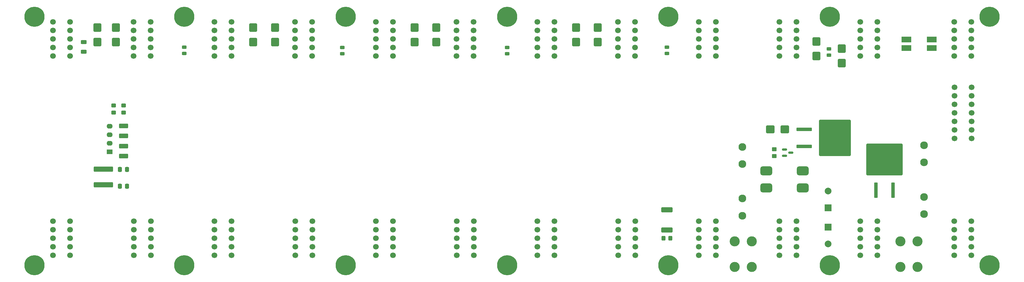
<source format=gbr>
%TF.GenerationSoftware,KiCad,Pcbnew,7.0.9*%
%TF.CreationDate,2024-06-20T11:52:21+03:00*%
%TF.ProjectId,___________ _____,1c304235-4038-43d4-913a-304f203f3b30,rev?*%
%TF.SameCoordinates,Original*%
%TF.FileFunction,Soldermask,Top*%
%TF.FilePolarity,Negative*%
%FSLAX46Y46*%
G04 Gerber Fmt 4.6, Leading zero omitted, Abs format (unit mm)*
G04 Created by KiCad (PCBNEW 7.0.9) date 2024-06-20 11:52:21*
%MOMM*%
%LPD*%
G01*
G04 APERTURE LIST*
G04 Aperture macros list*
%AMRoundRect*
0 Rectangle with rounded corners*
0 $1 Rounding radius*
0 $2 $3 $4 $5 $6 $7 $8 $9 X,Y pos of 4 corners*
0 Add a 4 corners polygon primitive as box body*
4,1,4,$2,$3,$4,$5,$6,$7,$8,$9,$2,$3,0*
0 Add four circle primitives for the rounded corners*
1,1,$1+$1,$2,$3*
1,1,$1+$1,$4,$5*
1,1,$1+$1,$6,$7*
1,1,$1+$1,$8,$9*
0 Add four rect primitives between the rounded corners*
20,1,$1+$1,$2,$3,$4,$5,0*
20,1,$1+$1,$4,$5,$6,$7,0*
20,1,$1+$1,$6,$7,$8,$9,0*
20,1,$1+$1,$8,$9,$2,$3,0*%
G04 Aperture macros list end*
%ADD10RoundRect,0.250000X-0.450000X0.350000X-0.450000X-0.350000X0.450000X-0.350000X0.450000X0.350000X0*%
%ADD11RoundRect,0.250000X0.900000X-1.000000X0.900000X1.000000X-0.900000X1.000000X-0.900000X-1.000000X0*%
%ADD12C,1.700000*%
%ADD13R,2.000000X2.000000*%
%ADD14C,2.000000*%
%ADD15C,6.000000*%
%ADD16C,3.000000*%
%ADD17RoundRect,0.250000X1.000000X0.900000X-1.000000X0.900000X-1.000000X-0.900000X1.000000X-0.900000X0*%
%ADD18RoundRect,0.250001X1.074999X-0.462499X1.074999X0.462499X-1.074999X0.462499X-1.074999X-0.462499X0*%
%ADD19RoundRect,0.150000X-0.587500X-0.150000X0.587500X-0.150000X0.587500X0.150000X-0.587500X0.150000X0*%
%ADD20RoundRect,0.250000X2.600000X-0.550000X2.600000X0.550000X-2.600000X0.550000X-2.600000X-0.550000X0*%
%ADD21RoundRect,0.675000X1.075000X0.675000X-1.075000X0.675000X-1.075000X-0.675000X1.075000X-0.675000X0*%
%ADD22R,1.800000X1.400000*%
%ADD23O,1.800000X1.400000*%
%ADD24RoundRect,0.250000X-0.450000X0.325000X-0.450000X-0.325000X0.450000X-0.325000X0.450000X0.325000X0*%
%ADD25RoundRect,0.249999X1.425001X-0.512501X1.425001X0.512501X-1.425001X0.512501X-1.425001X-0.512501X0*%
%ADD26RoundRect,0.250000X-2.050000X-0.300000X2.050000X-0.300000X2.050000X0.300000X-2.050000X0.300000X0*%
%ADD27RoundRect,0.250000X-4.450000X-5.150000X4.450000X-5.150000X4.450000X5.150000X-4.450000X5.150000X0*%
%ADD28RoundRect,0.250000X-0.337500X-0.475000X0.337500X-0.475000X0.337500X0.475000X-0.337500X0.475000X0*%
%ADD29C,2.300000*%
%ADD30RoundRect,0.243750X-0.456250X0.243750X-0.456250X-0.243750X0.456250X-0.243750X0.456250X0.243750X0*%
%ADD31RoundRect,0.250000X-0.625000X0.312500X-0.625000X-0.312500X0.625000X-0.312500X0.625000X0.312500X0*%
%ADD32RoundRect,0.250000X-0.900000X1.000000X-0.900000X-1.000000X0.900000X-1.000000X0.900000X1.000000X0*%
%ADD33RoundRect,0.250001X-1.074999X0.462499X-1.074999X-0.462499X1.074999X-0.462499X1.074999X0.462499X0*%
%ADD34R,3.000000X1.800000*%
%ADD35RoundRect,0.250000X0.300000X-2.050000X0.300000X2.050000X-0.300000X2.050000X-0.300000X-2.050000X0*%
%ADD36RoundRect,0.250000X5.150000X-4.450000X5.150000X4.450000X-5.150000X4.450000X-5.150000X-4.450000X0*%
%ADD37RoundRect,0.250000X-0.325000X-0.450000X0.325000X-0.450000X0.325000X0.450000X-0.325000X0.450000X0*%
G04 APERTURE END LIST*
D10*
%TO.C,R7*%
X225500000Y-71000000D03*
X225500000Y-73000000D03*
%TD*%
D11*
%TO.C,D7*%
X166500000Y-39000000D03*
X166500000Y-34700000D03*
%TD*%
D12*
%TO.C,J6*%
X227000000Y-33000000D03*
X227000000Y-35540000D03*
X227000000Y-38080000D03*
X227000000Y-40620000D03*
X227000000Y-43160000D03*
X232080000Y-43160000D03*
X232080000Y-40620000D03*
X232080000Y-38080000D03*
X232080000Y-35540000D03*
X232080000Y-33000000D03*
%TD*%
D13*
%TO.C,C1*%
X241500000Y-88367677D03*
D14*
X241500000Y-83367677D03*
%TD*%
D12*
%TO.C,J22*%
X35000000Y-33000000D03*
X35000000Y-35540000D03*
X35000000Y-38080000D03*
X35000000Y-40620000D03*
X35000000Y-43160000D03*
X40080000Y-43160000D03*
X40080000Y-40620000D03*
X40080000Y-38080000D03*
X40080000Y-35540000D03*
X40080000Y-33000000D03*
%TD*%
D15*
%TO.C,H6*%
X98000000Y-31500000D03*
%TD*%
D16*
%TO.C,J27*%
X213650000Y-98380000D03*
X213650000Y-106000000D03*
X218730000Y-98380000D03*
X218730000Y-106000000D03*
%TD*%
D12*
%TO.C,J16*%
X107000000Y-33000000D03*
X107000000Y-35540000D03*
X107000000Y-38080000D03*
X107000000Y-40620000D03*
X107000000Y-43160000D03*
X112080000Y-43160000D03*
X112080000Y-40620000D03*
X112080000Y-38080000D03*
X112080000Y-35540000D03*
X112080000Y-33000000D03*
%TD*%
D17*
%TO.C,D11*%
X228550000Y-65000000D03*
X224250000Y-65000000D03*
%TD*%
D15*
%TO.C,H1*%
X5500000Y-31500000D03*
%TD*%
D18*
%TO.C,C6*%
X32000000Y-72975000D03*
X32000000Y-70000000D03*
%TD*%
D11*
%TO.C,D4*%
X77000000Y-39000000D03*
X77000000Y-34700000D03*
%TD*%
D19*
%TO.C,D13*%
X228500000Y-71050000D03*
X228500000Y-72950000D03*
X230375000Y-72000000D03*
%TD*%
D12*
%TO.C,J9*%
X203020000Y-92400000D03*
X203020000Y-94940000D03*
X203020000Y-97480000D03*
X203020000Y-100020000D03*
X203020000Y-102560000D03*
X208100000Y-102560000D03*
X208100000Y-100020000D03*
X208100000Y-97480000D03*
X208100000Y-94940000D03*
X208100000Y-92400000D03*
%TD*%
D15*
%TO.C,H13*%
X194000000Y-31500000D03*
%TD*%
D20*
%TO.C,L1*%
X26000000Y-81550000D03*
X26000000Y-76850000D03*
%TD*%
D12*
%TO.C,J3*%
X279020000Y-52500000D03*
X279020000Y-55040000D03*
X279020000Y-57580000D03*
X279020000Y-60120000D03*
X279020000Y-62660000D03*
X279020000Y-65200000D03*
X279020000Y-67740000D03*
X284100000Y-67740000D03*
X284100000Y-65200000D03*
X284100000Y-62660000D03*
X284100000Y-60120000D03*
X284100000Y-57580000D03*
X284100000Y-55040000D03*
X284100000Y-52500000D03*
%TD*%
D21*
%TO.C,FL1*%
X233897500Y-82487500D03*
X233897500Y-77407500D03*
X223102500Y-77407500D03*
X223102500Y-82487500D03*
%TD*%
D12*
%TO.C,J7*%
X227020000Y-92400000D03*
X227020000Y-94940000D03*
X227020000Y-97480000D03*
X227020000Y-100020000D03*
X227020000Y-102560000D03*
X232100000Y-102560000D03*
X232100000Y-100020000D03*
X232100000Y-97480000D03*
X232100000Y-94940000D03*
X232100000Y-92400000D03*
%TD*%
%TO.C,J4*%
X251000000Y-33000000D03*
X251000000Y-35540000D03*
X251000000Y-38080000D03*
X251000000Y-40620000D03*
X251000000Y-43160000D03*
X256080000Y-43160000D03*
X256080000Y-40620000D03*
X256080000Y-38080000D03*
X256080000Y-35540000D03*
X256080000Y-33000000D03*
%TD*%
D22*
%TO.C,U2*%
X27867500Y-71762500D03*
D23*
X27867500Y-69222500D03*
X27867500Y-66682500D03*
X27867500Y-64142500D03*
%TD*%
D11*
%TO.C,D9*%
X238000000Y-43150000D03*
X238000000Y-38850000D03*
%TD*%
D24*
%TO.C,R8*%
X32000000Y-57950000D03*
X32000000Y-60000000D03*
%TD*%
D25*
%TO.C,R2*%
X193500000Y-94987500D03*
X193500000Y-89012500D03*
%TD*%
D15*
%TO.C,H10*%
X98000000Y-105500000D03*
%TD*%
D26*
%TO.C,Q3*%
X234325000Y-65060000D03*
D27*
X243475000Y-67600000D03*
D26*
X234325000Y-70140000D03*
%TD*%
D28*
%TO.C,C4*%
X30925000Y-82000000D03*
X33000000Y-82000000D03*
%TD*%
D11*
%TO.C,D8*%
X173000000Y-39000000D03*
X173000000Y-34700000D03*
%TD*%
D12*
%TO.C,J20*%
X59000000Y-33000000D03*
X59000000Y-35540000D03*
X59000000Y-38080000D03*
X59000000Y-40620000D03*
X59000000Y-43160000D03*
X64080000Y-43160000D03*
X64080000Y-40620000D03*
X64080000Y-38080000D03*
X64080000Y-35540000D03*
X64080000Y-33000000D03*
%TD*%
D15*
%TO.C,H7*%
X50000000Y-105500000D03*
%TD*%
D29*
%TO.C,F1*%
X270000000Y-69750000D03*
X270000000Y-74850000D03*
X270000000Y-85150000D03*
X270000000Y-90250000D03*
%TD*%
D15*
%TO.C,H14*%
X5500000Y-105500000D03*
%TD*%
%TO.C,H9*%
X242000000Y-105500000D03*
%TD*%
D12*
%TO.C,J19*%
X83020000Y-92400000D03*
X83020000Y-94940000D03*
X83020000Y-97480000D03*
X83020000Y-100020000D03*
X83020000Y-102560000D03*
X88100000Y-102560000D03*
X88100000Y-100020000D03*
X88100000Y-97480000D03*
X88100000Y-94940000D03*
X88100000Y-92400000D03*
%TD*%
D11*
%TO.C,D2*%
X29750000Y-39000000D03*
X29750000Y-34700000D03*
%TD*%
%TO.C,D5*%
X118500000Y-39000000D03*
X118500000Y-34700000D03*
%TD*%
D29*
%TO.C,F2*%
X216000000Y-70250000D03*
X216000000Y-75350000D03*
X216000000Y-85650000D03*
X216000000Y-90750000D03*
%TD*%
D15*
%TO.C,H5*%
X242000000Y-31500000D03*
%TD*%
D11*
%TO.C,D3*%
X70500000Y-39000000D03*
X70500000Y-34700000D03*
%TD*%
D28*
%TO.C,C5*%
X30925000Y-77000000D03*
X33000000Y-77000000D03*
%TD*%
D30*
%TO.C,RV1*%
X50000000Y-40562500D03*
X50000000Y-42437500D03*
%TD*%
D24*
%TO.C,D14*%
X29000000Y-57950000D03*
X29000000Y-60000000D03*
%TD*%
D31*
%TO.C,R1*%
X20100000Y-39037500D03*
X20100000Y-41962500D03*
%TD*%
D32*
%TO.C,D10*%
X245500000Y-41000000D03*
X245500000Y-45300000D03*
%TD*%
D15*
%TO.C,H2*%
X50000000Y-31500000D03*
%TD*%
D12*
%TO.C,J2*%
X279000000Y-92400000D03*
X279000000Y-94940000D03*
X279000000Y-97480000D03*
X279000000Y-100020000D03*
X279000000Y-102560000D03*
X284080000Y-102560000D03*
X284080000Y-100020000D03*
X284080000Y-97480000D03*
X284080000Y-94940000D03*
X284080000Y-92400000D03*
%TD*%
%TO.C,J1*%
X279000000Y-33000000D03*
X279000000Y-35540000D03*
X279000000Y-38080000D03*
X279000000Y-40620000D03*
X279000000Y-43160000D03*
X284080000Y-43160000D03*
X284080000Y-40620000D03*
X284080000Y-38080000D03*
X284080000Y-35540000D03*
X284080000Y-33000000D03*
%TD*%
D15*
%TO.C,H3*%
X146000000Y-31500000D03*
%TD*%
D30*
%TO.C,RV5*%
X241750000Y-41062500D03*
X241750000Y-42937500D03*
%TD*%
D12*
%TO.C,J24*%
X11000000Y-33000000D03*
X11000000Y-35540000D03*
X11000000Y-38080000D03*
X11000000Y-40620000D03*
X11000000Y-43160000D03*
X16080000Y-43160000D03*
X16080000Y-40620000D03*
X16080000Y-38080000D03*
X16080000Y-35540000D03*
X16080000Y-33000000D03*
%TD*%
D30*
%TO.C,RV2*%
X97000000Y-40625000D03*
X97000000Y-42500000D03*
%TD*%
D11*
%TO.C,D6*%
X125000000Y-39000000D03*
X125000000Y-34700000D03*
%TD*%
%TO.C,D1*%
X24200000Y-39000000D03*
X24200000Y-34700000D03*
%TD*%
D33*
%TO.C,C3*%
X32000000Y-64025000D03*
X32000000Y-67000000D03*
%TD*%
D30*
%TO.C,RV3*%
X146000000Y-40625000D03*
X146000000Y-42500000D03*
%TD*%
D13*
%TO.C,C2*%
X241500000Y-94132323D03*
D14*
X241500000Y-99132323D03*
%TD*%
D15*
%TO.C,H4*%
X289500000Y-31500000D03*
%TD*%
D12*
%TO.C,J18*%
X83000000Y-33000000D03*
X83000000Y-35540000D03*
X83000000Y-38080000D03*
X83000000Y-40620000D03*
X83000000Y-43160000D03*
X88080000Y-43160000D03*
X88080000Y-40620000D03*
X88080000Y-38080000D03*
X88080000Y-35540000D03*
X88080000Y-33000000D03*
%TD*%
%TO.C,J11*%
X179020000Y-92400000D03*
X179020000Y-94940000D03*
X179020000Y-97480000D03*
X179020000Y-100020000D03*
X179020000Y-102560000D03*
X184100000Y-102560000D03*
X184100000Y-100020000D03*
X184100000Y-97480000D03*
X184100000Y-94940000D03*
X184100000Y-92400000D03*
%TD*%
%TO.C,J13*%
X155020000Y-92400000D03*
X155020000Y-94940000D03*
X155020000Y-97480000D03*
X155020000Y-100020000D03*
X155020000Y-102560000D03*
X160100000Y-102560000D03*
X160100000Y-100020000D03*
X160100000Y-97480000D03*
X160100000Y-94940000D03*
X160100000Y-92400000D03*
%TD*%
%TO.C,J15*%
X131020000Y-92400000D03*
X131020000Y-94940000D03*
X131020000Y-97480000D03*
X131020000Y-100020000D03*
X131020000Y-102560000D03*
X136100000Y-102560000D03*
X136100000Y-100020000D03*
X136100000Y-97480000D03*
X136100000Y-94940000D03*
X136100000Y-92400000D03*
%TD*%
D15*
%TO.C,H11*%
X146000000Y-105500000D03*
%TD*%
D12*
%TO.C,J17*%
X107020000Y-92400000D03*
X107020000Y-94940000D03*
X107020000Y-97480000D03*
X107020000Y-100020000D03*
X107020000Y-102560000D03*
X112100000Y-102560000D03*
X112100000Y-100020000D03*
X112100000Y-97480000D03*
X112100000Y-94940000D03*
X112100000Y-92400000D03*
%TD*%
D34*
%TO.C,L2*%
X272250000Y-40790000D03*
X272250000Y-38250000D03*
X264750000Y-38250000D03*
X264750000Y-40790000D03*
%TD*%
D35*
%TO.C,Q1*%
X255660000Y-83175000D03*
D36*
X258200000Y-74025000D03*
D35*
X260740000Y-83175000D03*
%TD*%
D16*
%TO.C,J26*%
X263000000Y-98380000D03*
X263000000Y-106000000D03*
X268080000Y-98380000D03*
X268080000Y-106000000D03*
%TD*%
D15*
%TO.C,H8*%
X194000000Y-105500000D03*
%TD*%
D12*
%TO.C,J14*%
X131000000Y-33000000D03*
X131000000Y-35540000D03*
X131000000Y-38080000D03*
X131000000Y-40620000D03*
X131000000Y-43160000D03*
X136080000Y-43160000D03*
X136080000Y-40620000D03*
X136080000Y-38080000D03*
X136080000Y-35540000D03*
X136080000Y-33000000D03*
%TD*%
%TO.C,J10*%
X179000000Y-33000000D03*
X179000000Y-35540000D03*
X179000000Y-38080000D03*
X179000000Y-40620000D03*
X179000000Y-43160000D03*
X184080000Y-43160000D03*
X184080000Y-40620000D03*
X184080000Y-38080000D03*
X184080000Y-35540000D03*
X184080000Y-33000000D03*
%TD*%
D37*
%TO.C,D12*%
X192500000Y-97500000D03*
X194550000Y-97500000D03*
%TD*%
D12*
%TO.C,J12*%
X155000000Y-33000000D03*
X155000000Y-35540000D03*
X155000000Y-38080000D03*
X155000000Y-40620000D03*
X155000000Y-43160000D03*
X160080000Y-43160000D03*
X160080000Y-40620000D03*
X160080000Y-38080000D03*
X160080000Y-35540000D03*
X160080000Y-33000000D03*
%TD*%
D30*
%TO.C,RV4*%
X193500000Y-40562500D03*
X193500000Y-42437500D03*
%TD*%
D12*
%TO.C,J23*%
X35020000Y-92400000D03*
X35020000Y-94940000D03*
X35020000Y-97480000D03*
X35020000Y-100020000D03*
X35020000Y-102560000D03*
X40100000Y-102560000D03*
X40100000Y-100020000D03*
X40100000Y-97480000D03*
X40100000Y-94940000D03*
X40100000Y-92400000D03*
%TD*%
%TO.C,J5*%
X251000000Y-92400000D03*
X251000000Y-94940000D03*
X251000000Y-97480000D03*
X251000000Y-100020000D03*
X251000000Y-102560000D03*
X256080000Y-102560000D03*
X256080000Y-100020000D03*
X256080000Y-97480000D03*
X256080000Y-94940000D03*
X256080000Y-92400000D03*
%TD*%
%TO.C,J21*%
X59020000Y-92400000D03*
X59020000Y-94940000D03*
X59020000Y-97480000D03*
X59020000Y-100020000D03*
X59020000Y-102560000D03*
X64100000Y-102560000D03*
X64100000Y-100020000D03*
X64100000Y-97480000D03*
X64100000Y-94940000D03*
X64100000Y-92400000D03*
%TD*%
%TO.C,J8*%
X203000000Y-33000000D03*
X203000000Y-35540000D03*
X203000000Y-38080000D03*
X203000000Y-40620000D03*
X203000000Y-43160000D03*
X208080000Y-43160000D03*
X208080000Y-40620000D03*
X208080000Y-38080000D03*
X208080000Y-35540000D03*
X208080000Y-33000000D03*
%TD*%
%TO.C,J25*%
X11020000Y-92400000D03*
X11020000Y-94940000D03*
X11020000Y-97480000D03*
X11020000Y-100020000D03*
X11020000Y-102560000D03*
X16100000Y-102560000D03*
X16100000Y-100020000D03*
X16100000Y-97480000D03*
X16100000Y-94940000D03*
X16100000Y-92400000D03*
%TD*%
D15*
%TO.C,H12*%
X289500000Y-105500000D03*
%TD*%
M02*

</source>
